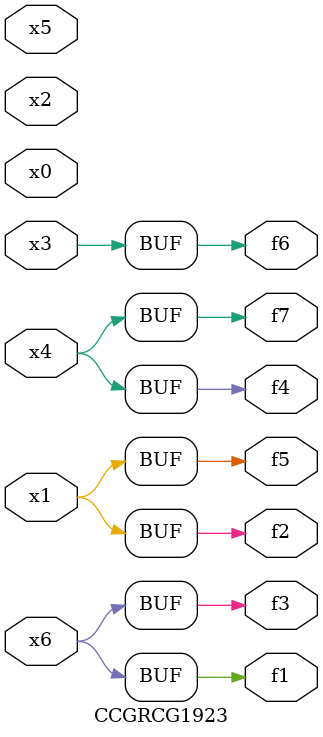
<source format=v>
module CCGRCG1923(
	input x0, x1, x2, x3, x4, x5, x6,
	output f1, f2, f3, f4, f5, f6, f7
);
	assign f1 = x6;
	assign f2 = x1;
	assign f3 = x6;
	assign f4 = x4;
	assign f5 = x1;
	assign f6 = x3;
	assign f7 = x4;
endmodule

</source>
